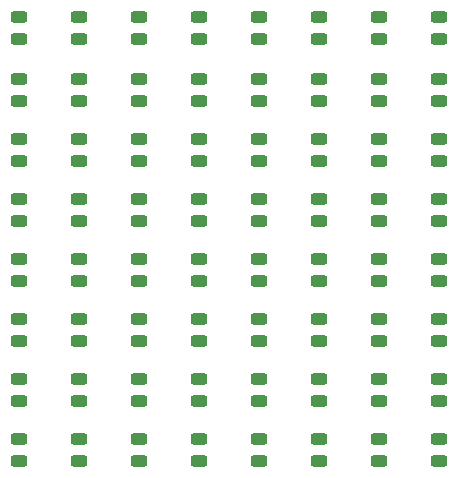
<source format=gbr>
%TF.GenerationSoftware,KiCad,Pcbnew,9.0.3*%
%TF.CreationDate,2025-10-09T23:36:15+02:00*%
%TF.ProjectId,ledkiv2,6c65646b-6976-4322-9e6b-696361645f70,rev?*%
%TF.SameCoordinates,Original*%
%TF.FileFunction,Paste,Top*%
%TF.FilePolarity,Positive*%
%FSLAX46Y46*%
G04 Gerber Fmt 4.6, Leading zero omitted, Abs format (unit mm)*
G04 Created by KiCad (PCBNEW 9.0.3) date 2025-10-09 23:36:15*
%MOMM*%
%LPD*%
G01*
G04 APERTURE LIST*
G04 Aperture macros list*
%AMRoundRect*
0 Rectangle with rounded corners*
0 $1 Rounding radius*
0 $2 $3 $4 $5 $6 $7 $8 $9 X,Y pos of 4 corners*
0 Add a 4 corners polygon primitive as box body*
4,1,4,$2,$3,$4,$5,$6,$7,$8,$9,$2,$3,0*
0 Add four circle primitives for the rounded corners*
1,1,$1+$1,$2,$3*
1,1,$1+$1,$4,$5*
1,1,$1+$1,$6,$7*
1,1,$1+$1,$8,$9*
0 Add four rect primitives between the rounded corners*
20,1,$1+$1,$2,$3,$4,$5,0*
20,1,$1+$1,$4,$5,$6,$7,0*
20,1,$1+$1,$6,$7,$8,$9,0*
20,1,$1+$1,$8,$9,$2,$3,0*%
G04 Aperture macros list end*
%ADD10RoundRect,0.243750X-0.456250X0.243750X-0.456250X-0.243750X0.456250X-0.243750X0.456250X0.243750X0*%
G04 APERTURE END LIST*
D10*
%TO.C,D59*%
X178045000Y-108280000D03*
X178045000Y-110155000D03*
%TD*%
%TO.C,D63*%
X178045000Y-113360000D03*
X178045000Y-115235000D03*
%TD*%
%TO.C,D7*%
X147565000Y-108280000D03*
X147565000Y-110155000D03*
%TD*%
%TO.C,D4*%
X147565000Y-93040000D03*
X147565000Y-94915000D03*
%TD*%
%TO.C,D40*%
X183125000Y-82880000D03*
X183125000Y-84755000D03*
%TD*%
%TO.C,D36*%
X183132608Y-77663506D03*
X183132608Y-79538506D03*
%TD*%
%TO.C,D61*%
X167885000Y-113360000D03*
X167885000Y-115235000D03*
%TD*%
%TO.C,D43*%
X178045000Y-87960000D03*
X178045000Y-89835000D03*
%TD*%
%TO.C,D23*%
X157725000Y-93040000D03*
X157725000Y-94915000D03*
%TD*%
%TO.C,D46*%
X172965000Y-93040000D03*
X172965000Y-94915000D03*
%TD*%
%TO.C,D26*%
X162805000Y-98120000D03*
X162805000Y-99995000D03*
%TD*%
%TO.C,D10*%
X152645000Y-82880000D03*
X152645000Y-84755000D03*
%TD*%
%TO.C,D58*%
X172965000Y-108280000D03*
X172965000Y-110155000D03*
%TD*%
%TO.C,D57*%
X167885000Y-108280000D03*
X167885000Y-110155000D03*
%TD*%
%TO.C,D21*%
X157725000Y-87960000D03*
X157725000Y-89835000D03*
%TD*%
%TO.C,D16*%
X152645000Y-113360000D03*
X152645000Y-115235000D03*
%TD*%
%TO.C,D35*%
X178052608Y-77663506D03*
X178052608Y-79538506D03*
%TD*%
%TO.C,D48*%
X183125000Y-93040000D03*
X183125000Y-94915000D03*
%TD*%
%TO.C,D56*%
X183125000Y-103200000D03*
X183125000Y-105075000D03*
%TD*%
%TO.C,D32*%
X162805000Y-113360000D03*
X162805000Y-115235000D03*
%TD*%
%TO.C,D18*%
X162812608Y-77663506D03*
X162812608Y-79538506D03*
%TD*%
%TO.C,D8*%
X147565000Y-113360000D03*
X147565000Y-115235000D03*
%TD*%
%TO.C,D22*%
X162805000Y-87960000D03*
X162805000Y-89835000D03*
%TD*%
%TO.C,D53*%
X167885000Y-103200000D03*
X167885000Y-105075000D03*
%TD*%
%TO.C,D3*%
X147565000Y-87960000D03*
X147565000Y-89835000D03*
%TD*%
%TO.C,D11*%
X152645000Y-87960000D03*
X152645000Y-89835000D03*
%TD*%
%TO.C,D1*%
X147572608Y-77663506D03*
X147572608Y-79538506D03*
%TD*%
%TO.C,D25*%
X157725000Y-98120000D03*
X157725000Y-99995000D03*
%TD*%
%TO.C,D42*%
X172965000Y-87960000D03*
X172965000Y-89835000D03*
%TD*%
%TO.C,D44*%
X183125000Y-87960000D03*
X183125000Y-89835000D03*
%TD*%
%TO.C,D29*%
X157725000Y-108280000D03*
X157725000Y-110155000D03*
%TD*%
%TO.C,D15*%
X152645000Y-108280000D03*
X152645000Y-110155000D03*
%TD*%
%TO.C,D9*%
X152652608Y-77663506D03*
X152652608Y-79538506D03*
%TD*%
%TO.C,D6*%
X147565000Y-103200000D03*
X147565000Y-105075000D03*
%TD*%
%TO.C,D60*%
X183125000Y-108280000D03*
X183125000Y-110155000D03*
%TD*%
%TO.C,D5*%
X147565000Y-98120000D03*
X147565000Y-99995000D03*
%TD*%
%TO.C,D64*%
X183125000Y-113360000D03*
X183125000Y-115235000D03*
%TD*%
%TO.C,D12*%
X152645000Y-93040000D03*
X152645000Y-94915000D03*
%TD*%
%TO.C,D2*%
X147565000Y-82880000D03*
X147565000Y-84755000D03*
%TD*%
%TO.C,D51*%
X178045000Y-98120000D03*
X178045000Y-99995000D03*
%TD*%
%TO.C,D24*%
X162805000Y-93040000D03*
X162805000Y-94915000D03*
%TD*%
%TO.C,D45*%
X167885000Y-93040000D03*
X167885000Y-94915000D03*
%TD*%
%TO.C,D28*%
X162805000Y-103200000D03*
X162805000Y-105075000D03*
%TD*%
%TO.C,D50*%
X172965000Y-98120000D03*
X172965000Y-99995000D03*
%TD*%
%TO.C,D20*%
X162805000Y-82880000D03*
X162805000Y-84755000D03*
%TD*%
%TO.C,D33*%
X167892608Y-77663506D03*
X167892608Y-79538506D03*
%TD*%
%TO.C,D19*%
X157725000Y-82880000D03*
X157725000Y-84755000D03*
%TD*%
%TO.C,D34*%
X172972608Y-77663506D03*
X172972608Y-79538506D03*
%TD*%
%TO.C,D38*%
X172965000Y-82880000D03*
X172965000Y-84755000D03*
%TD*%
%TO.C,D17*%
X157732608Y-77663506D03*
X157732608Y-79538506D03*
%TD*%
%TO.C,D14*%
X152645000Y-103200000D03*
X152645000Y-105075000D03*
%TD*%
%TO.C,D30*%
X162805000Y-108280000D03*
X162805000Y-110155000D03*
%TD*%
%TO.C,D39*%
X178045000Y-82880000D03*
X178045000Y-84755000D03*
%TD*%
%TO.C,D13*%
X152645000Y-98120000D03*
X152645000Y-99995000D03*
%TD*%
%TO.C,D52*%
X183125000Y-98120000D03*
X183125000Y-99995000D03*
%TD*%
%TO.C,D27*%
X157725000Y-103200000D03*
X157725000Y-105075000D03*
%TD*%
%TO.C,D54*%
X172965000Y-103200000D03*
X172965000Y-105075000D03*
%TD*%
%TO.C,D41*%
X167885000Y-87960000D03*
X167885000Y-89835000D03*
%TD*%
%TO.C,D37*%
X167885000Y-82880000D03*
X167885000Y-84755000D03*
%TD*%
%TO.C,D31*%
X157725000Y-113360000D03*
X157725000Y-115235000D03*
%TD*%
%TO.C,D47*%
X178045000Y-93040000D03*
X178045000Y-94915000D03*
%TD*%
%TO.C,D62*%
X172965000Y-113360000D03*
X172965000Y-115235000D03*
%TD*%
%TO.C,D49*%
X167885000Y-98120000D03*
X167885000Y-99995000D03*
%TD*%
%TO.C,D55*%
X178045000Y-103200000D03*
X178045000Y-105075000D03*
%TD*%
M02*

</source>
